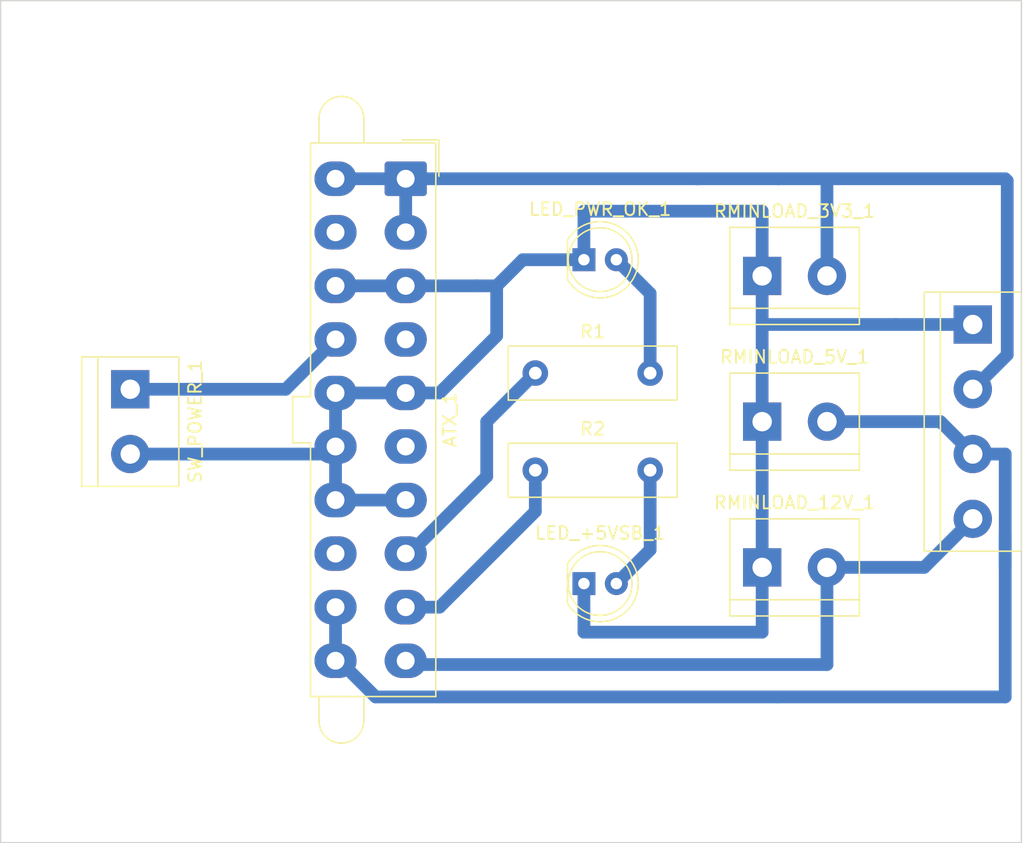
<source format=kicad_pcb>
(kicad_pcb (version 20171130) (host pcbnew "(5.1.4)-1")

  (general
    (thickness 1.6)
    (drawings 1)
    (tracks 68)
    (zones 0)
    (modules 10)
    (nets 10)
  )

  (page A4)
  (layers
    (0 F.Cu signal)
    (31 B.Cu signal)
    (32 B.Adhes user)
    (33 F.Adhes user)
    (34 B.Paste user)
    (35 F.Paste user)
    (36 B.SilkS user)
    (37 F.SilkS user hide)
    (38 B.Mask user)
    (39 F.Mask user)
    (40 Dwgs.User user)
    (41 Cmts.User user)
    (42 Eco1.User user)
    (43 Eco2.User user)
    (44 Edge.Cuts user)
    (45 Margin user)
    (46 B.CrtYd user)
    (47 F.CrtYd user)
    (48 B.Fab user)
    (49 F.Fab user)
  )

  (setup
    (last_trace_width 1)
    (user_trace_width 1)
    (user_trace_width 2)
    (trace_clearance 0.2)
    (zone_clearance 0.508)
    (zone_45_only no)
    (trace_min 0.2)
    (via_size 0.8)
    (via_drill 0.4)
    (via_min_size 0.4)
    (via_min_drill 0.3)
    (user_via 1.2 1.1)
    (uvia_size 0.3)
    (uvia_drill 0.1)
    (uvias_allowed no)
    (uvia_min_size 0.2)
    (uvia_min_drill 0.1)
    (edge_width 0.05)
    (segment_width 0.2)
    (pcb_text_width 0.3)
    (pcb_text_size 1.5 1.5)
    (mod_edge_width 0.12)
    (mod_text_size 1 1)
    (mod_text_width 0.15)
    (pad_size 1.524 1.524)
    (pad_drill 0.762)
    (pad_to_mask_clearance 0.051)
    (solder_mask_min_width 0.25)
    (aux_axis_origin 0 0)
    (visible_elements FFFFFF7F)
    (pcbplotparams
      (layerselection 0x01000_ffffffff)
      (usegerberextensions false)
      (usegerberattributes false)
      (usegerberadvancedattributes false)
      (creategerberjobfile false)
      (excludeedgelayer false)
      (linewidth 0.100000)
      (plotframeref false)
      (viasonmask false)
      (mode 1)
      (useauxorigin false)
      (hpglpennumber 1)
      (hpglpenspeed 20)
      (hpglpendiameter 15.000000)
      (psnegative false)
      (psa4output false)
      (plotreference true)
      (plotvalue true)
      (plotinvisibletext false)
      (padsonsilk false)
      (subtractmaskfromsilk false)
      (outputformat 5)
      (mirror false)
      (drillshape 2)
      (scaleselection 1)
      (outputdirectory "Gerber/"))
  )

  (net 0 "")
  (net 1 GND)
  (net 2 +5V)
  (net 3 +3V3)
  (net 4 +12V)
  (net 5 "Net-(LED_+5VSB_1-Pad2)")
  (net 6 "Net-(LED_PWR_OK_1-Pad2)")
  (net 7 /PWR_ON)
  (net 8 /+5VSB)
  (net 9 /PWR_OK)

  (net_class Default "This is the default net class."
    (clearance 0.2)
    (trace_width 0.25)
    (via_dia 0.8)
    (via_drill 0.4)
    (uvia_dia 0.3)
    (uvia_drill 0.1)
    (add_net +12V)
    (add_net +3V3)
    (add_net +5V)
    (add_net /+5VSB)
    (add_net /PWR_OK)
    (add_net /PWR_ON)
    (add_net GND)
    (add_net "Net-(ATX_1-Pad12)")
    (add_net "Net-(ATX_1-Pad18)")
    (add_net "Net-(ATX_1-Pad4)")
    (add_net "Net-(ATX_1-Pad6)")
    (add_net "Net-(LED_+5VSB_1-Pad2)")
    (add_net "Net-(LED_PWR_OK_1-Pad2)")
  )

  (module TerminalBlock:TerminalBlock_bornier-2_P5.08mm (layer F.Cu) (tedit 59FF03AB) (tstamp 5E7C61CD)
    (at 152.4 91.44)
    (descr "simple 2-pin terminal block, pitch 5.08mm, revamped version of bornier2")
    (tags "terminal block bornier2")
    (path /5E81DA4D)
    (fp_text reference RMINLOAD_3V3_1 (at 2.54 -5.08) (layer F.SilkS)
      (effects (font (size 1 1) (thickness 0.15)))
    )
    (fp_text value 5 (at 2.54 5.08) (layer F.Fab)
      (effects (font (size 1 1) (thickness 0.15)))
    )
    (fp_line (start 7.79 4) (end -2.71 4) (layer F.CrtYd) (width 0.05))
    (fp_line (start 7.79 4) (end 7.79 -4) (layer F.CrtYd) (width 0.05))
    (fp_line (start -2.71 -4) (end -2.71 4) (layer F.CrtYd) (width 0.05))
    (fp_line (start -2.71 -4) (end 7.79 -4) (layer F.CrtYd) (width 0.05))
    (fp_line (start -2.54 3.81) (end 7.62 3.81) (layer F.SilkS) (width 0.12))
    (fp_line (start -2.54 -3.81) (end -2.54 3.81) (layer F.SilkS) (width 0.12))
    (fp_line (start 7.62 -3.81) (end -2.54 -3.81) (layer F.SilkS) (width 0.12))
    (fp_line (start 7.62 3.81) (end 7.62 -3.81) (layer F.SilkS) (width 0.12))
    (fp_line (start 7.62 2.54) (end -2.54 2.54) (layer F.SilkS) (width 0.12))
    (fp_line (start 7.54 -3.75) (end -2.46 -3.75) (layer F.Fab) (width 0.1))
    (fp_line (start 7.54 3.75) (end 7.54 -3.75) (layer F.Fab) (width 0.1))
    (fp_line (start -2.46 3.75) (end 7.54 3.75) (layer F.Fab) (width 0.1))
    (fp_line (start -2.46 -3.75) (end -2.46 3.75) (layer F.Fab) (width 0.1))
    (fp_line (start -2.41 2.55) (end 7.49 2.55) (layer F.Fab) (width 0.1))
    (fp_text user %R (at 2.54 0) (layer F.Fab)
      (effects (font (size 1 1) (thickness 0.15)))
    )
    (pad 2 thru_hole circle (at 5.08 0) (size 3 3) (drill 1.52) (layers *.Cu *.Mask)
      (net 3 +3V3))
    (pad 1 thru_hole rect (at 0 0) (size 3 3) (drill 1.52) (layers *.Cu *.Mask)
      (net 1 GND))
    (model ${KISYS3DMOD}/TerminalBlock.3dshapes/TerminalBlock_bornier-2_P5.08mm.wrl
      (offset (xyz 2.539999961853027 0 0))
      (scale (xyz 1 1 1))
      (rotate (xyz 0 0 0))
    )
  )

  (module TerminalBlock:TerminalBlock_bornier-2_P5.08mm (layer F.Cu) (tedit 59FF03AB) (tstamp 5E7C046F)
    (at 102.87 100.33 270)
    (descr "simple 2-pin terminal block, pitch 5.08mm, revamped version of bornier2")
    (tags "terminal block bornier2")
    (path /5E7E8406)
    (fp_text reference SW_POWER_1 (at 2.54 -5.08 90) (layer F.SilkS)
      (effects (font (size 1 1) (thickness 0.15)))
    )
    (fp_text value SW_POWER (at 2.54 5.08 90) (layer F.Fab)
      (effects (font (size 1 1) (thickness 0.15)))
    )
    (fp_line (start 7.79 4) (end -2.71 4) (layer F.CrtYd) (width 0.05))
    (fp_line (start 7.79 4) (end 7.79 -4) (layer F.CrtYd) (width 0.05))
    (fp_line (start -2.71 -4) (end -2.71 4) (layer F.CrtYd) (width 0.05))
    (fp_line (start -2.71 -4) (end 7.79 -4) (layer F.CrtYd) (width 0.05))
    (fp_line (start -2.54 3.81) (end 7.62 3.81) (layer F.SilkS) (width 0.12))
    (fp_line (start -2.54 -3.81) (end -2.54 3.81) (layer F.SilkS) (width 0.12))
    (fp_line (start 7.62 -3.81) (end -2.54 -3.81) (layer F.SilkS) (width 0.12))
    (fp_line (start 7.62 3.81) (end 7.62 -3.81) (layer F.SilkS) (width 0.12))
    (fp_line (start 7.62 2.54) (end -2.54 2.54) (layer F.SilkS) (width 0.12))
    (fp_line (start 7.54 -3.75) (end -2.46 -3.75) (layer F.Fab) (width 0.1))
    (fp_line (start 7.54 3.75) (end 7.54 -3.75) (layer F.Fab) (width 0.1))
    (fp_line (start -2.46 3.75) (end 7.54 3.75) (layer F.Fab) (width 0.1))
    (fp_line (start -2.46 -3.75) (end -2.46 3.75) (layer F.Fab) (width 0.1))
    (fp_line (start -2.41 2.55) (end 7.49 2.55) (layer F.Fab) (width 0.1))
    (fp_text user %R (at 2.54 0 90) (layer F.Fab)
      (effects (font (size 1 1) (thickness 0.15)))
    )
    (pad 2 thru_hole circle (at 5.08 0 270) (size 3 3) (drill 1.52) (layers *.Cu *.Mask)
      (net 1 GND))
    (pad 1 thru_hole rect (at 0 0 270) (size 3 3) (drill 1.52) (layers *.Cu *.Mask)
      (net 7 /PWR_ON))
    (model ${KISYS3DMOD}/TerminalBlock.3dshapes/TerminalBlock_bornier-2_P5.08mm.wrl
      (offset (xyz 2.539999961853027 0 0))
      (scale (xyz 1 1 1))
      (rotate (xyz 0 0 0))
    )
  )

  (module TerminalBlock:TerminalBlock_bornier-2_P5.08mm (layer F.Cu) (tedit 59FF03AB) (tstamp 5E7C6221)
    (at 152.4 102.87)
    (descr "simple 2-pin terminal block, pitch 5.08mm, revamped version of bornier2")
    (tags "terminal block bornier2")
    (path /5E7F4391)
    (fp_text reference RMINLOAD_5V_1 (at 2.54 -5.08) (layer F.SilkS)
      (effects (font (size 1 1) (thickness 0.15)))
    )
    (fp_text value 10 (at 2.54 5.08) (layer F.Fab)
      (effects (font (size 1 1) (thickness 0.15)))
    )
    (fp_line (start 7.79 4) (end -2.71 4) (layer F.CrtYd) (width 0.05))
    (fp_line (start 7.79 4) (end 7.79 -4) (layer F.CrtYd) (width 0.05))
    (fp_line (start -2.71 -4) (end -2.71 4) (layer F.CrtYd) (width 0.05))
    (fp_line (start -2.71 -4) (end 7.79 -4) (layer F.CrtYd) (width 0.05))
    (fp_line (start -2.54 3.81) (end 7.62 3.81) (layer F.SilkS) (width 0.12))
    (fp_line (start -2.54 -3.81) (end -2.54 3.81) (layer F.SilkS) (width 0.12))
    (fp_line (start 7.62 -3.81) (end -2.54 -3.81) (layer F.SilkS) (width 0.12))
    (fp_line (start 7.62 3.81) (end 7.62 -3.81) (layer F.SilkS) (width 0.12))
    (fp_line (start 7.62 2.54) (end -2.54 2.54) (layer F.SilkS) (width 0.12))
    (fp_line (start 7.54 -3.75) (end -2.46 -3.75) (layer F.Fab) (width 0.1))
    (fp_line (start 7.54 3.75) (end 7.54 -3.75) (layer F.Fab) (width 0.1))
    (fp_line (start -2.46 3.75) (end 7.54 3.75) (layer F.Fab) (width 0.1))
    (fp_line (start -2.46 -3.75) (end -2.46 3.75) (layer F.Fab) (width 0.1))
    (fp_line (start -2.41 2.55) (end 7.49 2.55) (layer F.Fab) (width 0.1))
    (fp_text user %R (at 2.54 0) (layer F.Fab)
      (effects (font (size 1 1) (thickness 0.15)))
    )
    (pad 2 thru_hole circle (at 5.08 0) (size 3 3) (drill 1.52) (layers *.Cu *.Mask)
      (net 2 +5V))
    (pad 1 thru_hole rect (at 0 0) (size 3 3) (drill 1.52) (layers *.Cu *.Mask)
      (net 1 GND))
    (model ${KISYS3DMOD}/TerminalBlock.3dshapes/TerminalBlock_bornier-2_P5.08mm.wrl
      (offset (xyz 2.539999961853027 0 0))
      (scale (xyz 1 1 1))
      (rotate (xyz 0 0 0))
    )
  )

  (module TerminalBlock:TerminalBlock_bornier-2_P5.08mm (layer F.Cu) (tedit 59FF03AB) (tstamp 5E7C6179)
    (at 152.4 114.3)
    (descr "simple 2-pin terminal block, pitch 5.08mm, revamped version of bornier2")
    (tags "terminal block bornier2")
    (path /5E81D7E7)
    (fp_text reference RMINLOAD_12V_1 (at 2.54 -5.08) (layer F.SilkS)
      (effects (font (size 1 1) (thickness 0.15)))
    )
    (fp_text value 10 (at 2.54 5.08) (layer F.Fab)
      (effects (font (size 1 1) (thickness 0.15)))
    )
    (fp_line (start 7.79 4) (end -2.71 4) (layer F.CrtYd) (width 0.05))
    (fp_line (start 7.79 4) (end 7.79 -4) (layer F.CrtYd) (width 0.05))
    (fp_line (start -2.71 -4) (end -2.71 4) (layer F.CrtYd) (width 0.05))
    (fp_line (start -2.71 -4) (end 7.79 -4) (layer F.CrtYd) (width 0.05))
    (fp_line (start -2.54 3.81) (end 7.62 3.81) (layer F.SilkS) (width 0.12))
    (fp_line (start -2.54 -3.81) (end -2.54 3.81) (layer F.SilkS) (width 0.12))
    (fp_line (start 7.62 -3.81) (end -2.54 -3.81) (layer F.SilkS) (width 0.12))
    (fp_line (start 7.62 3.81) (end 7.62 -3.81) (layer F.SilkS) (width 0.12))
    (fp_line (start 7.62 2.54) (end -2.54 2.54) (layer F.SilkS) (width 0.12))
    (fp_line (start 7.54 -3.75) (end -2.46 -3.75) (layer F.Fab) (width 0.1))
    (fp_line (start 7.54 3.75) (end 7.54 -3.75) (layer F.Fab) (width 0.1))
    (fp_line (start -2.46 3.75) (end 7.54 3.75) (layer F.Fab) (width 0.1))
    (fp_line (start -2.46 -3.75) (end -2.46 3.75) (layer F.Fab) (width 0.1))
    (fp_line (start -2.41 2.55) (end 7.49 2.55) (layer F.Fab) (width 0.1))
    (fp_text user %R (at 2.54 0) (layer F.Fab)
      (effects (font (size 1 1) (thickness 0.15)))
    )
    (pad 2 thru_hole circle (at 5.08 0) (size 3 3) (drill 1.52) (layers *.Cu *.Mask)
      (net 4 +12V))
    (pad 1 thru_hole rect (at 0 0) (size 3 3) (drill 1.52) (layers *.Cu *.Mask)
      (net 1 GND))
    (model ${KISYS3DMOD}/TerminalBlock.3dshapes/TerminalBlock_bornier-2_P5.08mm.wrl
      (offset (xyz 2.539999961853027 0 0))
      (scale (xyz 1 1 1))
      (rotate (xyz 0 0 0))
    )
  )

  (module Resistor_THT:R_Box_L13.0mm_W4.0mm_P9.00mm (layer F.Cu) (tedit 5AE5139B) (tstamp 5E7C0420)
    (at 134.62 106.68)
    (descr "Resistor, Box series, Radial, pin pitch=9.00mm, 2W, length*width=13.0*4.0mm^2, http://www.produktinfo.conrad.com/datenblaetter/425000-449999/443860-da-01-de-METALLBAND_WIDERSTAND_0_1_OHM_5W_5Pr.pdf")
    (tags "Resistor Box series Radial pin pitch 9.00mm 2W length 13.0mm width 4.0mm")
    (path /5E7DB2DD)
    (fp_text reference R2 (at 4.5 -3.25) (layer F.SilkS)
      (effects (font (size 1 1) (thickness 0.15)))
    )
    (fp_text value 300 (at 4.5 3.25) (layer F.Fab)
      (effects (font (size 1 1) (thickness 0.15)))
    )
    (fp_text user %R (at 4.5 0) (layer F.Fab)
      (effects (font (size 1 1) (thickness 0.15)))
    )
    (fp_line (start 11.25 -2.25) (end -2.25 -2.25) (layer F.CrtYd) (width 0.05))
    (fp_line (start 11.25 2.25) (end 11.25 -2.25) (layer F.CrtYd) (width 0.05))
    (fp_line (start -2.25 2.25) (end 11.25 2.25) (layer F.CrtYd) (width 0.05))
    (fp_line (start -2.25 -2.25) (end -2.25 2.25) (layer F.CrtYd) (width 0.05))
    (fp_line (start 11.12 -2.12) (end 11.12 2.12) (layer F.SilkS) (width 0.12))
    (fp_line (start -2.12 -2.12) (end -2.12 2.12) (layer F.SilkS) (width 0.12))
    (fp_line (start -2.12 2.12) (end 11.12 2.12) (layer F.SilkS) (width 0.12))
    (fp_line (start -2.12 -2.12) (end 11.12 -2.12) (layer F.SilkS) (width 0.12))
    (fp_line (start 11 -2) (end -2 -2) (layer F.Fab) (width 0.1))
    (fp_line (start 11 2) (end 11 -2) (layer F.Fab) (width 0.1))
    (fp_line (start -2 2) (end 11 2) (layer F.Fab) (width 0.1))
    (fp_line (start -2 -2) (end -2 2) (layer F.Fab) (width 0.1))
    (pad 2 thru_hole circle (at 9 0) (size 2 2) (drill 1) (layers *.Cu *.Mask)
      (net 5 "Net-(LED_+5VSB_1-Pad2)"))
    (pad 1 thru_hole circle (at 0 0) (size 2 2) (drill 1) (layers *.Cu *.Mask)
      (net 8 /+5VSB))
    (model ${KISYS3DMOD}/Resistor_THT.3dshapes/R_Box_L13.0mm_W4.0mm_P9.00mm.wrl
      (at (xyz 0 0 0))
      (scale (xyz 1 1 1))
      (rotate (xyz 0 0 0))
    )
  )

  (module Resistor_THT:R_Box_L13.0mm_W4.0mm_P9.00mm (layer F.Cu) (tedit 5AE5139B) (tstamp 5E7C05C9)
    (at 134.62 99.06)
    (descr "Resistor, Box series, Radial, pin pitch=9.00mm, 2W, length*width=13.0*4.0mm^2, http://www.produktinfo.conrad.com/datenblaetter/425000-449999/443860-da-01-de-METALLBAND_WIDERSTAND_0_1_OHM_5W_5Pr.pdf")
    (tags "Resistor Box series Radial pin pitch 9.00mm 2W length 13.0mm width 4.0mm")
    (path /5E7CAB7B)
    (fp_text reference R1 (at 4.5 -3.25) (layer F.SilkS)
      (effects (font (size 1 1) (thickness 0.15)))
    )
    (fp_text value 300 (at 4.5 3.25) (layer F.Fab)
      (effects (font (size 1 1) (thickness 0.15)))
    )
    (fp_text user %R (at 4.5 0) (layer F.Fab)
      (effects (font (size 1 1) (thickness 0.15)))
    )
    (fp_line (start 11.25 -2.25) (end -2.25 -2.25) (layer F.CrtYd) (width 0.05))
    (fp_line (start 11.25 2.25) (end 11.25 -2.25) (layer F.CrtYd) (width 0.05))
    (fp_line (start -2.25 2.25) (end 11.25 2.25) (layer F.CrtYd) (width 0.05))
    (fp_line (start -2.25 -2.25) (end -2.25 2.25) (layer F.CrtYd) (width 0.05))
    (fp_line (start 11.12 -2.12) (end 11.12 2.12) (layer F.SilkS) (width 0.12))
    (fp_line (start -2.12 -2.12) (end -2.12 2.12) (layer F.SilkS) (width 0.12))
    (fp_line (start -2.12 2.12) (end 11.12 2.12) (layer F.SilkS) (width 0.12))
    (fp_line (start -2.12 -2.12) (end 11.12 -2.12) (layer F.SilkS) (width 0.12))
    (fp_line (start 11 -2) (end -2 -2) (layer F.Fab) (width 0.1))
    (fp_line (start 11 2) (end 11 -2) (layer F.Fab) (width 0.1))
    (fp_line (start -2 2) (end 11 2) (layer F.Fab) (width 0.1))
    (fp_line (start -2 -2) (end -2 2) (layer F.Fab) (width 0.1))
    (pad 2 thru_hole circle (at 9 0) (size 2 2) (drill 1) (layers *.Cu *.Mask)
      (net 6 "Net-(LED_PWR_OK_1-Pad2)"))
    (pad 1 thru_hole circle (at 0 0) (size 2 2) (drill 1) (layers *.Cu *.Mask)
      (net 9 /PWR_OK))
    (model ${KISYS3DMOD}/Resistor_THT.3dshapes/R_Box_L13.0mm_W4.0mm_P9.00mm.wrl
      (at (xyz 0 0 0))
      (scale (xyz 1 1 1))
      (rotate (xyz 0 0 0))
    )
  )

  (module TerminalBlock:TerminalBlock_bornier-4_P5.08mm (layer F.Cu) (tedit 59FF03D1) (tstamp 5E7C4F49)
    (at 168.91 95.25 270)
    (descr "simple 4-pin terminal block, pitch 5.08mm, revamped version of bornier4")
    (tags "terminal block bornier4")
    (path /5E85F570)
    (fp_text reference J1 (at 7.6 -4.8 90) (layer F.SilkS)
      (effects (font (size 1 1) (thickness 0.15)))
    )
    (fp_text value Conn_01x04_Female (at 7.6 4.75 90) (layer F.Fab)
      (effects (font (size 1 1) (thickness 0.15)))
    )
    (fp_line (start 17.97 4) (end -2.73 4) (layer F.CrtYd) (width 0.05))
    (fp_line (start 17.97 4) (end 17.97 -4) (layer F.CrtYd) (width 0.05))
    (fp_line (start -2.73 -4) (end -2.73 4) (layer F.CrtYd) (width 0.05))
    (fp_line (start -2.73 -4) (end 17.97 -4) (layer F.CrtYd) (width 0.05))
    (fp_line (start -2.54 3.81) (end 17.78 3.81) (layer F.SilkS) (width 0.12))
    (fp_line (start -2.54 -3.81) (end 17.78 -3.81) (layer F.SilkS) (width 0.12))
    (fp_line (start 17.78 2.54) (end -2.54 2.54) (layer F.SilkS) (width 0.12))
    (fp_line (start 17.78 3.81) (end 17.78 -3.81) (layer F.SilkS) (width 0.12))
    (fp_line (start -2.54 -3.81) (end -2.54 3.81) (layer F.SilkS) (width 0.12))
    (fp_line (start 17.72 3.75) (end -2.43 3.75) (layer F.Fab) (width 0.1))
    (fp_line (start 17.72 -3.75) (end 17.72 3.75) (layer F.Fab) (width 0.1))
    (fp_line (start -2.48 -3.75) (end 17.72 -3.75) (layer F.Fab) (width 0.1))
    (fp_line (start -2.48 3.75) (end -2.48 -3.75) (layer F.Fab) (width 0.1))
    (fp_line (start -2.43 3.75) (end -2.48 3.75) (layer F.Fab) (width 0.1))
    (fp_line (start -2.48 2.55) (end 17.72 2.55) (layer F.Fab) (width 0.1))
    (fp_text user %R (at 7.62 0 90) (layer F.Fab)
      (effects (font (size 1 1) (thickness 0.15)))
    )
    (pad 4 thru_hole circle (at 15.24 0 270) (size 3 3) (drill 1.52) (layers *.Cu *.Mask)
      (net 4 +12V))
    (pad 1 thru_hole rect (at 0 0 270) (size 3 3) (drill 1.52) (layers *.Cu *.Mask)
      (net 1 GND))
    (pad 3 thru_hole circle (at 10.16 0 270) (size 3 3) (drill 1.52) (layers *.Cu *.Mask)
      (net 2 +5V))
    (pad 2 thru_hole circle (at 5.08 0 270) (size 3 3) (drill 1.52) (layers *.Cu *.Mask)
      (net 3 +3V3))
    (model ${KISYS3DMOD}/TerminalBlock.3dshapes/TerminalBlock_bornier-4_P5.08mm.wrl
      (offset (xyz 7.619999885559082 0 0))
      (scale (xyz 1 1 1))
      (rotate (xyz 0 0 0))
    )
  )

  (module Connector_Molex:Molex_Mini-Fit_Jr_5566-20A2_2x10_P4.20mm_Vertical (layer F.Cu) (tedit 5B781992) (tstamp 5E7BF304)
    (at 124.46 83.82 270)
    (descr "Molex Mini-Fit Jr. Power Connectors, old mpn/engineering number: 5566-20A2, example for new mpn: 39-28-920x, 10 Pins per row, Mounting: Snap-in Plastic Peg PCB Lock (http://www.molex.com/pdm_docs/sd/039289068_sd.pdf), generated with kicad-footprint-generator")
    (tags "connector Molex Mini-Fit_Jr side entryplastic_peg")
    (path /5E7C0983)
    (fp_text reference ATX_1 (at 18.9 -3.45 90) (layer F.SilkS)
      (effects (font (size 1 1) (thickness 0.15)))
    )
    (fp_text value Conn_02x10_Top_Bottom (at 18.9 9.95 90) (layer F.Fab)
      (effects (font (size 1 1) (thickness 0.15)))
    )
    (fp_text user %R (at 18.9 -1.55 90) (layer F.Fab)
      (effects (font (size 1 1) (thickness 0.15)))
    )
    (fp_line (start 41 -2.75) (end -3.2 -2.75) (layer F.CrtYd) (width 0.05))
    (fp_line (start 41 3.04) (end 41 -2.75) (layer F.CrtYd) (width 0.05))
    (fp_line (start 44.5 3.04) (end 41 3.04) (layer F.CrtYd) (width 0.05))
    (fp_line (start 44.5 9.25) (end 44.5 3.04) (layer F.CrtYd) (width 0.05))
    (fp_line (start -6.7 9.25) (end 44.5 9.25) (layer F.CrtYd) (width 0.05))
    (fp_line (start -6.7 3.04) (end -6.7 9.25) (layer F.CrtYd) (width 0.05))
    (fp_line (start -3.2 3.04) (end -6.7 3.04) (layer F.CrtYd) (width 0.05))
    (fp_line (start -3.2 -2.75) (end -3.2 3.04) (layer F.CrtYd) (width 0.05))
    (fp_line (start -3.05 -2.6) (end -3.05 0.25) (layer F.Fab) (width 0.1))
    (fp_line (start -0.2 -2.6) (end -3.05 -2.6) (layer F.Fab) (width 0.1))
    (fp_line (start -3.05 -2.6) (end -3.05 0.25) (layer F.SilkS) (width 0.12))
    (fp_line (start -0.2 -2.6) (end -3.05 -2.6) (layer F.SilkS) (width 0.12))
    (fp_line (start 20.71 8.86) (end 18.9 8.86) (layer F.SilkS) (width 0.12))
    (fp_line (start 20.71 7.46) (end 20.71 8.86) (layer F.SilkS) (width 0.12))
    (fp_line (start 40.61 7.46) (end 20.71 7.46) (layer F.SilkS) (width 0.12))
    (fp_line (start 40.61 -2.36) (end 40.61 7.46) (layer F.SilkS) (width 0.12))
    (fp_line (start 18.9 -2.36) (end 40.61 -2.36) (layer F.SilkS) (width 0.12))
    (fp_line (start 17.09 8.86) (end 18.9 8.86) (layer F.SilkS) (width 0.12))
    (fp_line (start 17.09 7.46) (end 17.09 8.86) (layer F.SilkS) (width 0.12))
    (fp_line (start -2.81 7.46) (end 17.09 7.46) (layer F.SilkS) (width 0.12))
    (fp_line (start -2.81 -2.36) (end -2.81 7.46) (layer F.SilkS) (width 0.12))
    (fp_line (start 18.9 -2.36) (end -2.81 -2.36) (layer F.SilkS) (width 0.12))
    (fp_line (start 39.45 2.3) (end 36.15 2.3) (layer F.Fab) (width 0.1))
    (fp_line (start 39.45 -0.175) (end 39.45 2.3) (layer F.Fab) (width 0.1))
    (fp_line (start 38.625 -1) (end 39.45 -0.175) (layer F.Fab) (width 0.1))
    (fp_line (start 36.975 -1) (end 38.625 -1) (layer F.Fab) (width 0.1))
    (fp_line (start 36.15 -0.175) (end 36.975 -1) (layer F.Fab) (width 0.1))
    (fp_line (start 36.15 2.3) (end 36.15 -0.175) (layer F.Fab) (width 0.1))
    (fp_line (start 39.45 3.2) (end 36.15 3.2) (layer F.Fab) (width 0.1))
    (fp_line (start 39.45 6.5) (end 39.45 3.2) (layer F.Fab) (width 0.1))
    (fp_line (start 36.15 6.5) (end 39.45 6.5) (layer F.Fab) (width 0.1))
    (fp_line (start 36.15 3.2) (end 36.15 6.5) (layer F.Fab) (width 0.1))
    (fp_line (start 35.25 6.5) (end 31.95 6.5) (layer F.Fab) (width 0.1))
    (fp_line (start 35.25 4.025) (end 35.25 6.5) (layer F.Fab) (width 0.1))
    (fp_line (start 34.425 3.2) (end 35.25 4.025) (layer F.Fab) (width 0.1))
    (fp_line (start 32.775 3.2) (end 34.425 3.2) (layer F.Fab) (width 0.1))
    (fp_line (start 31.95 4.025) (end 32.775 3.2) (layer F.Fab) (width 0.1))
    (fp_line (start 31.95 6.5) (end 31.95 4.025) (layer F.Fab) (width 0.1))
    (fp_line (start 35.25 -1) (end 31.95 -1) (layer F.Fab) (width 0.1))
    (fp_line (start 35.25 2.3) (end 35.25 -1) (layer F.Fab) (width 0.1))
    (fp_line (start 31.95 2.3) (end 35.25 2.3) (layer F.Fab) (width 0.1))
    (fp_line (start 31.95 -1) (end 31.95 2.3) (layer F.Fab) (width 0.1))
    (fp_line (start 31.05 6.5) (end 27.75 6.5) (layer F.Fab) (width 0.1))
    (fp_line (start 31.05 4.025) (end 31.05 6.5) (layer F.Fab) (width 0.1))
    (fp_line (start 30.225 3.2) (end 31.05 4.025) (layer F.Fab) (width 0.1))
    (fp_line (start 28.575 3.2) (end 30.225 3.2) (layer F.Fab) (width 0.1))
    (fp_line (start 27.75 4.025) (end 28.575 3.2) (layer F.Fab) (width 0.1))
    (fp_line (start 27.75 6.5) (end 27.75 4.025) (layer F.Fab) (width 0.1))
    (fp_line (start 31.05 -1) (end 27.75 -1) (layer F.Fab) (width 0.1))
    (fp_line (start 31.05 2.3) (end 31.05 -1) (layer F.Fab) (width 0.1))
    (fp_line (start 27.75 2.3) (end 31.05 2.3) (layer F.Fab) (width 0.1))
    (fp_line (start 27.75 -1) (end 27.75 2.3) (layer F.Fab) (width 0.1))
    (fp_line (start 26.85 2.3) (end 23.55 2.3) (layer F.Fab) (width 0.1))
    (fp_line (start 26.85 -0.175) (end 26.85 2.3) (layer F.Fab) (width 0.1))
    (fp_line (start 26.025 -1) (end 26.85 -0.175) (layer F.Fab) (width 0.1))
    (fp_line (start 24.375 -1) (end 26.025 -1) (layer F.Fab) (width 0.1))
    (fp_line (start 23.55 -0.175) (end 24.375 -1) (layer F.Fab) (width 0.1))
    (fp_line (start 23.55 2.3) (end 23.55 -0.175) (layer F.Fab) (width 0.1))
    (fp_line (start 26.85 3.2) (end 23.55 3.2) (layer F.Fab) (width 0.1))
    (fp_line (start 26.85 6.5) (end 26.85 3.2) (layer F.Fab) (width 0.1))
    (fp_line (start 23.55 6.5) (end 26.85 6.5) (layer F.Fab) (width 0.1))
    (fp_line (start 23.55 3.2) (end 23.55 6.5) (layer F.Fab) (width 0.1))
    (fp_line (start 22.65 2.3) (end 19.35 2.3) (layer F.Fab) (width 0.1))
    (fp_line (start 22.65 -0.175) (end 22.65 2.3) (layer F.Fab) (width 0.1))
    (fp_line (start 21.825 -1) (end 22.65 -0.175) (layer F.Fab) (width 0.1))
    (fp_line (start 20.175 -1) (end 21.825 -1) (layer F.Fab) (width 0.1))
    (fp_line (start 19.35 -0.175) (end 20.175 -1) (layer F.Fab) (width 0.1))
    (fp_line (start 19.35 2.3) (end 19.35 -0.175) (layer F.Fab) (width 0.1))
    (fp_line (start 22.65 3.2) (end 19.35 3.2) (layer F.Fab) (width 0.1))
    (fp_line (start 22.65 6.5) (end 22.65 3.2) (layer F.Fab) (width 0.1))
    (fp_line (start 19.35 6.5) (end 22.65 6.5) (layer F.Fab) (width 0.1))
    (fp_line (start 19.35 3.2) (end 19.35 6.5) (layer F.Fab) (width 0.1))
    (fp_line (start 18.45 6.5) (end 15.15 6.5) (layer F.Fab) (width 0.1))
    (fp_line (start 18.45 4.025) (end 18.45 6.5) (layer F.Fab) (width 0.1))
    (fp_line (start 17.625 3.2) (end 18.45 4.025) (layer F.Fab) (width 0.1))
    (fp_line (start 15.975 3.2) (end 17.625 3.2) (layer F.Fab) (width 0.1))
    (fp_line (start 15.15 4.025) (end 15.975 3.2) (layer F.Fab) (width 0.1))
    (fp_line (start 15.15 6.5) (end 15.15 4.025) (layer F.Fab) (width 0.1))
    (fp_line (start 18.45 -1) (end 15.15 -1) (layer F.Fab) (width 0.1))
    (fp_line (start 18.45 2.3) (end 18.45 -1) (layer F.Fab) (width 0.1))
    (fp_line (start 15.15 2.3) (end 18.45 2.3) (layer F.Fab) (width 0.1))
    (fp_line (start 15.15 -1) (end 15.15 2.3) (layer F.Fab) (width 0.1))
    (fp_line (start 14.25 6.5) (end 10.95 6.5) (layer F.Fab) (width 0.1))
    (fp_line (start 14.25 4.025) (end 14.25 6.5) (layer F.Fab) (width 0.1))
    (fp_line (start 13.425 3.2) (end 14.25 4.025) (layer F.Fab) (width 0.1))
    (fp_line (start 11.775 3.2) (end 13.425 3.2) (layer F.Fab) (width 0.1))
    (fp_line (start 10.95 4.025) (end 11.775 3.2) (layer F.Fab) (width 0.1))
    (fp_line (start 10.95 6.5) (end 10.95 4.025) (layer F.Fab) (width 0.1))
    (fp_line (start 14.25 -1) (end 10.95 -1) (layer F.Fab) (width 0.1))
    (fp_line (start 14.25 2.3) (end 14.25 -1) (layer F.Fab) (width 0.1))
    (fp_line (start 10.95 2.3) (end 14.25 2.3) (layer F.Fab) (width 0.1))
    (fp_line (start 10.95 -1) (end 10.95 2.3) (layer F.Fab) (width 0.1))
    (fp_line (start 10.05 2.3) (end 6.75 2.3) (layer F.Fab) (width 0.1))
    (fp_line (start 10.05 -0.175) (end 10.05 2.3) (layer F.Fab) (width 0.1))
    (fp_line (start 9.225 -1) (end 10.05 -0.175) (layer F.Fab) (width 0.1))
    (fp_line (start 7.575 -1) (end 9.225 -1) (layer F.Fab) (width 0.1))
    (fp_line (start 6.75 -0.175) (end 7.575 -1) (layer F.Fab) (width 0.1))
    (fp_line (start 6.75 2.3) (end 6.75 -0.175) (layer F.Fab) (width 0.1))
    (fp_line (start 10.05 3.2) (end 6.75 3.2) (layer F.Fab) (width 0.1))
    (fp_line (start 10.05 6.5) (end 10.05 3.2) (layer F.Fab) (width 0.1))
    (fp_line (start 6.75 6.5) (end 10.05 6.5) (layer F.Fab) (width 0.1))
    (fp_line (start 6.75 3.2) (end 6.75 6.5) (layer F.Fab) (width 0.1))
    (fp_line (start 5.85 2.3) (end 2.55 2.3) (layer F.Fab) (width 0.1))
    (fp_line (start 5.85 -0.175) (end 5.85 2.3) (layer F.Fab) (width 0.1))
    (fp_line (start 5.025 -1) (end 5.85 -0.175) (layer F.Fab) (width 0.1))
    (fp_line (start 3.375 -1) (end 5.025 -1) (layer F.Fab) (width 0.1))
    (fp_line (start 2.55 -0.175) (end 3.375 -1) (layer F.Fab) (width 0.1))
    (fp_line (start 2.55 2.3) (end 2.55 -0.175) (layer F.Fab) (width 0.1))
    (fp_line (start 5.85 3.2) (end 2.55 3.2) (layer F.Fab) (width 0.1))
    (fp_line (start 5.85 6.5) (end 5.85 3.2) (layer F.Fab) (width 0.1))
    (fp_line (start 2.55 6.5) (end 5.85 6.5) (layer F.Fab) (width 0.1))
    (fp_line (start 2.55 3.2) (end 2.55 6.5) (layer F.Fab) (width 0.1))
    (fp_line (start 1.65 6.5) (end -1.65 6.5) (layer F.Fab) (width 0.1))
    (fp_line (start 1.65 4.025) (end 1.65 6.5) (layer F.Fab) (width 0.1))
    (fp_line (start 0.825 3.2) (end 1.65 4.025) (layer F.Fab) (width 0.1))
    (fp_line (start -0.825 3.2) (end 0.825 3.2) (layer F.Fab) (width 0.1))
    (fp_line (start -1.65 4.025) (end -0.825 3.2) (layer F.Fab) (width 0.1))
    (fp_line (start -1.65 6.5) (end -1.65 4.025) (layer F.Fab) (width 0.1))
    (fp_line (start 1.65 -1) (end -1.65 -1) (layer F.Fab) (width 0.1))
    (fp_line (start 1.65 2.3) (end 1.65 -1) (layer F.Fab) (width 0.1))
    (fp_line (start -1.65 2.3) (end 1.65 2.3) (layer F.Fab) (width 0.1))
    (fp_line (start -1.65 -1) (end -1.65 2.3) (layer F.Fab) (width 0.1))
    (fp_line (start 20.6 8.75) (end 20.6 7.35) (layer F.Fab) (width 0.1))
    (fp_line (start 17.2 8.75) (end 20.6 8.75) (layer F.Fab) (width 0.1))
    (fp_line (start 17.2 7.35) (end 17.2 8.75) (layer F.Fab) (width 0.1))
    (fp_line (start 40.5 -2.25) (end -2.7 -2.25) (layer F.Fab) (width 0.1))
    (fp_line (start 40.5 7.35) (end 40.5 -2.25) (layer F.Fab) (width 0.1))
    (fp_line (start -2.7 7.35) (end 40.5 7.35) (layer F.Fab) (width 0.1))
    (fp_line (start -2.7 -2.25) (end -2.7 7.35) (layer F.Fab) (width 0.1))
    (fp_line (start 42.5 6.8) (end 40.61 6.8) (layer F.SilkS) (width 0.12))
    (fp_line (start 42.5 3.28) (end 40.61 3.28) (layer F.SilkS) (width 0.12))
    (fp_line (start -4.7 6.8) (end -2.81 6.8) (layer F.SilkS) (width 0.12))
    (fp_line (start -4.7 3.28) (end -2.81 3.28) (layer F.SilkS) (width 0.12))
    (fp_line (start 42.5 6.54) (end 40.5 6.54) (layer F.Fab) (width 0.1))
    (fp_line (start 42.5 3.54) (end 40.5 3.54) (layer F.Fab) (width 0.1))
    (fp_line (start -4.7 6.54) (end -2.7 6.54) (layer F.Fab) (width 0.1))
    (fp_line (start -4.7 3.54) (end -2.7 3.54) (layer F.Fab) (width 0.1))
    (fp_arc (start 42.5 5.04) (end 42.5 3.28) (angle 180) (layer F.SilkS) (width 0.12))
    (fp_arc (start -4.7 5.04) (end -4.7 6.8) (angle 180) (layer F.SilkS) (width 0.12))
    (fp_arc (start 42.5 5.04) (end 42.5 3.54) (angle 180) (layer F.Fab) (width 0.1))
    (fp_arc (start -4.7 5.04) (end -4.7 6.54) (angle 180) (layer F.Fab) (width 0.1))
    (pad "" np_thru_hole circle (at 42.5 5.04 270) (size 3 3) (drill 3) (layers *.Cu *.Mask))
    (pad "" np_thru_hole circle (at -4.7 5.04 270) (size 3 3) (drill 3) (layers *.Cu *.Mask))
    (pad 20 thru_hole oval (at 37.8 5.5 270) (size 2.7 3.3) (drill 1.4) (layers *.Cu *.Mask)
      (net 2 +5V))
    (pad 19 thru_hole oval (at 33.6 5.5 270) (size 2.7 3.3) (drill 1.4) (layers *.Cu *.Mask)
      (net 2 +5V))
    (pad 18 thru_hole oval (at 29.4 5.5 270) (size 2.7 3.3) (drill 1.4) (layers *.Cu *.Mask))
    (pad 17 thru_hole oval (at 25.2 5.5 270) (size 2.7 3.3) (drill 1.4) (layers *.Cu *.Mask)
      (net 1 GND))
    (pad 16 thru_hole oval (at 21 5.5 270) (size 2.7 3.3) (drill 1.4) (layers *.Cu *.Mask)
      (net 1 GND))
    (pad 15 thru_hole oval (at 16.8 5.5 270) (size 2.7 3.3) (drill 1.4) (layers *.Cu *.Mask)
      (net 1 GND))
    (pad 14 thru_hole oval (at 12.6 5.5 270) (size 2.7 3.3) (drill 1.4) (layers *.Cu *.Mask)
      (net 7 /PWR_ON))
    (pad 13 thru_hole oval (at 8.4 5.5 270) (size 2.7 3.3) (drill 1.4) (layers *.Cu *.Mask)
      (net 1 GND))
    (pad 12 thru_hole oval (at 4.2 5.5 270) (size 2.7 3.3) (drill 1.4) (layers *.Cu *.Mask))
    (pad 11 thru_hole oval (at 0 5.5 270) (size 2.7 3.3) (drill 1.4) (layers *.Cu *.Mask)
      (net 3 +3V3))
    (pad 10 thru_hole oval (at 37.8 0 270) (size 2.7 3.3) (drill 1.4) (layers *.Cu *.Mask)
      (net 4 +12V))
    (pad 9 thru_hole oval (at 33.6 0 270) (size 2.7 3.3) (drill 1.4) (layers *.Cu *.Mask)
      (net 8 /+5VSB))
    (pad 8 thru_hole oval (at 29.4 0 270) (size 2.7 3.3) (drill 1.4) (layers *.Cu *.Mask)
      (net 9 /PWR_OK))
    (pad 7 thru_hole oval (at 25.2 0 270) (size 2.7 3.3) (drill 1.4) (layers *.Cu *.Mask)
      (net 1 GND))
    (pad 6 thru_hole oval (at 21 0 270) (size 2.7 3.3) (drill 1.4) (layers *.Cu *.Mask))
    (pad 5 thru_hole oval (at 16.8 0 270) (size 2.7 3.3) (drill 1.4) (layers *.Cu *.Mask)
      (net 1 GND))
    (pad 4 thru_hole oval (at 12.6 0 270) (size 2.7 3.3) (drill 1.4) (layers *.Cu *.Mask))
    (pad 3 thru_hole oval (at 8.4 0 270) (size 2.7 3.3) (drill 1.4) (layers *.Cu *.Mask)
      (net 1 GND))
    (pad 2 thru_hole oval (at 4.2 0 270) (size 2.7 3.3) (drill 1.4) (layers *.Cu *.Mask)
      (net 3 +3V3))
    (pad 1 thru_hole roundrect (at 0 0 270) (size 2.7 3.3) (drill 1.4) (layers *.Cu *.Mask) (roundrect_rratio 0.09259299999999999)
      (net 3 +3V3))
    (model ${KISYS3DMOD}/Connector_Molex.3dshapes/Molex_Mini-Fit_Jr_5566-20A2_2x10_P4.20mm_Vertical.wrl
      (at (xyz 0 0 0))
      (scale (xyz 1 1 1))
      (rotate (xyz 0 0 0))
    )
  )

  (module LED_THT:LED_D5.0mm (layer F.Cu) (tedit 5995936A) (tstamp 5E7C06A2)
    (at 138.43 90.17)
    (descr "LED, diameter 5.0mm, 2 pins, http://cdn-reichelt.de/documents/datenblatt/A500/LL-504BC2E-009.pdf")
    (tags "LED diameter 5.0mm 2 pins")
    (path /5E7CB209)
    (fp_text reference LED_PWR_OK_1 (at 1.27 -3.96) (layer F.SilkS)
      (effects (font (size 1 1) (thickness 0.15)))
    )
    (fp_text value LED_PWR_OK (at 1.27 3.96) (layer F.Fab)
      (effects (font (size 1 1) (thickness 0.15)))
    )
    (fp_text user %R (at 1.25 0) (layer F.Fab)
      (effects (font (size 0.8 0.8) (thickness 0.2)))
    )
    (fp_line (start 4.5 -3.25) (end -1.95 -3.25) (layer F.CrtYd) (width 0.05))
    (fp_line (start 4.5 3.25) (end 4.5 -3.25) (layer F.CrtYd) (width 0.05))
    (fp_line (start -1.95 3.25) (end 4.5 3.25) (layer F.CrtYd) (width 0.05))
    (fp_line (start -1.95 -3.25) (end -1.95 3.25) (layer F.CrtYd) (width 0.05))
    (fp_line (start -1.29 -1.545) (end -1.29 1.545) (layer F.SilkS) (width 0.12))
    (fp_line (start -1.23 -1.469694) (end -1.23 1.469694) (layer F.Fab) (width 0.1))
    (fp_circle (center 1.27 0) (end 3.77 0) (layer F.SilkS) (width 0.12))
    (fp_circle (center 1.27 0) (end 3.77 0) (layer F.Fab) (width 0.1))
    (fp_arc (start 1.27 0) (end -1.29 1.54483) (angle -148.9) (layer F.SilkS) (width 0.12))
    (fp_arc (start 1.27 0) (end -1.29 -1.54483) (angle 148.9) (layer F.SilkS) (width 0.12))
    (fp_arc (start 1.27 0) (end -1.23 -1.469694) (angle 299.1) (layer F.Fab) (width 0.1))
    (pad 2 thru_hole circle (at 2.54 0) (size 1.8 1.8) (drill 0.9) (layers *.Cu *.Mask)
      (net 6 "Net-(LED_PWR_OK_1-Pad2)"))
    (pad 1 thru_hole rect (at 0 0) (size 1.8 1.8) (drill 0.9) (layers *.Cu *.Mask)
      (net 1 GND))
    (model ${KISYS3DMOD}/LED_THT.3dshapes/LED_D5.0mm.wrl
      (at (xyz 0 0 0))
      (scale (xyz 1 1 1))
      (rotate (xyz 0 0 0))
    )
  )

  (module LED_THT:LED_D5.0mm (layer F.Cu) (tedit 5995936A) (tstamp 5E7C03E8)
    (at 138.43 115.57)
    (descr "LED, diameter 5.0mm, 2 pins, http://cdn-reichelt.de/documents/datenblatt/A500/LL-504BC2E-009.pdf")
    (tags "LED diameter 5.0mm 2 pins")
    (path /5E7DB2D1)
    (fp_text reference LED_+5VSB_1 (at 1.27 -3.96) (layer F.SilkS)
      (effects (font (size 1 1) (thickness 0.15)))
    )
    (fp_text value LED_+5VSB (at 1.27 3.96) (layer F.Fab)
      (effects (font (size 1 1) (thickness 0.15)))
    )
    (fp_text user %R (at 1.25 0) (layer F.Fab)
      (effects (font (size 0.8 0.8) (thickness 0.2)))
    )
    (fp_line (start 4.5 -3.25) (end -1.95 -3.25) (layer F.CrtYd) (width 0.05))
    (fp_line (start 4.5 3.25) (end 4.5 -3.25) (layer F.CrtYd) (width 0.05))
    (fp_line (start -1.95 3.25) (end 4.5 3.25) (layer F.CrtYd) (width 0.05))
    (fp_line (start -1.95 -3.25) (end -1.95 3.25) (layer F.CrtYd) (width 0.05))
    (fp_line (start -1.29 -1.545) (end -1.29 1.545) (layer F.SilkS) (width 0.12))
    (fp_line (start -1.23 -1.469694) (end -1.23 1.469694) (layer F.Fab) (width 0.1))
    (fp_circle (center 1.27 0) (end 3.77 0) (layer F.SilkS) (width 0.12))
    (fp_circle (center 1.27 0) (end 3.77 0) (layer F.Fab) (width 0.1))
    (fp_arc (start 1.27 0) (end -1.29 1.54483) (angle -148.9) (layer F.SilkS) (width 0.12))
    (fp_arc (start 1.27 0) (end -1.29 -1.54483) (angle 148.9) (layer F.SilkS) (width 0.12))
    (fp_arc (start 1.27 0) (end -1.23 -1.469694) (angle 299.1) (layer F.Fab) (width 0.1))
    (pad 2 thru_hole circle (at 2.54 0) (size 1.8 1.8) (drill 0.9) (layers *.Cu *.Mask)
      (net 5 "Net-(LED_+5VSB_1-Pad2)"))
    (pad 1 thru_hole rect (at 0 0) (size 1.8 1.8) (drill 0.9) (layers *.Cu *.Mask)
      (net 1 GND))
    (model ${KISYS3DMOD}/LED_THT.3dshapes/LED_D5.0mm.wrl
      (at (xyz 0 0 0))
      (scale (xyz 1 1 1))
      (rotate (xyz 0 0 0))
    )
  )

  (gr_poly (pts (xy 92.71 69.85) (xy 172.72 69.85) (xy 172.72 135.89) (xy 92.71 135.89)) (layer Edge.Cuts) (width 0.1))

  (segment (start 124.46 109.02) (end 118.96 109.02) (width 1) (layer B.Cu) (net 1))
  (segment (start 118.96 109.02) (end 118.96 104.82) (width 1) (layer B.Cu) (net 1))
  (segment (start 118.96 104.82) (end 118.96 100.62) (width 1) (layer B.Cu) (net 1))
  (segment (start 118.96 100.62) (end 124.46 100.62) (width 1) (layer B.Cu) (net 1))
  (segment (start 118.66 92.22) (end 118.96 92.22) (width 1) (layer B.Cu) (net 1))
  (segment (start 118.96 92.22) (end 124.46 92.22) (width 1) (layer B.Cu) (net 1))
  (segment (start 124.46 92.22) (end 130.03 92.22) (width 1) (layer B.Cu) (net 1))
  (segment (start 118.28 104.14) (end 118.96 104.82) (width 1) (layer B.Cu) (net 1))
  (segment (start 162.87 95.25) (end 168.91 95.25) (width 1) (layer B.Cu) (net 1))
  (segment (start 131.59 96.14) (end 131.59 92.22) (width 1) (layer B.Cu) (net 1))
  (segment (start 127.11 100.62) (end 131.59 96.14) (width 1) (layer B.Cu) (net 1))
  (segment (start 124.46 100.62) (end 127.11 100.62) (width 1) (layer B.Cu) (net 1))
  (segment (start 130.03 92.22) (end 131.59 92.22) (width 1) (layer B.Cu) (net 1))
  (segment (start 118.37 105.41) (end 118.96 104.82) (width 1) (layer B.Cu) (net 1))
  (segment (start 102.87 105.41) (end 118.37 105.41) (width 1) (layer B.Cu) (net 1))
  (segment (start 133.64 90.17) (end 138.43 90.17) (width 1) (layer B.Cu) (net 1))
  (segment (start 131.59 92.22) (end 133.64 90.17) (width 1) (layer B.Cu) (net 1))
  (segment (start 138.43 115.57) (end 138.43 119.38) (width 1) (layer B.Cu) (net 1))
  (segment (start 138.43 119.38) (end 152.4 119.38) (width 1) (layer B.Cu) (net 1))
  (segment (start 152.4 119.38) (end 152.4 114.3) (width 1) (layer B.Cu) (net 1))
  (segment (start 152.4 114.3) (end 152.4 102.87) (width 1) (layer B.Cu) (net 1))
  (segment (start 152.4 91.44) (end 152.4 86.36) (width 1) (layer B.Cu) (net 1))
  (segment (start 152.4 86.36) (end 138.43 86.36) (width 1) (layer B.Cu) (net 1))
  (segment (start 138.43 86.36) (end 138.43 90.17) (width 1) (layer B.Cu) (net 1))
  (segment (start 162.87 95.25) (end 152.4 95.25) (width 1) (layer B.Cu) (net 1))
  (segment (start 152.4 102.87) (end 152.4 95.25) (width 1) (layer B.Cu) (net 1))
  (segment (start 152.4 95.25) (end 152.4 91.44) (width 1) (layer B.Cu) (net 1))
  (segment (start 118.96 117.42) (end 118.96 121.62) (width 1) (layer B.Cu) (net 2))
  (segment (start 119.26 121.62) (end 122.1 124.46) (width 1) (layer B.Cu) (net 2))
  (segment (start 118.96 121.62) (end 119.26 121.62) (width 1) (layer B.Cu) (net 2))
  (segment (start 122.1 124.46) (end 153.641283 124.46) (width 1) (layer B.Cu) (net 2))
  (segment (start 171.45 105.41) (end 171.45 114.3) (width 1) (layer B.Cu) (net 2))
  (segment (start 171.45 111.76) (end 171.45 124.46) (width 1) (layer B.Cu) (net 2))
  (segment (start 171.45 124.46) (end 153.67 124.46) (width 1) (layer B.Cu) (net 2))
  (segment (start 166.37 102.87) (end 168.91 105.41) (width 1) (layer B.Cu) (net 2))
  (segment (start 168.91 105.41) (end 171.45 105.41) (width 1) (layer B.Cu) (net 2))
  (segment (start 166.37 102.87) (end 157.48 102.87) (width 1) (layer B.Cu) (net 2))
  (segment (start 118.96 83.82) (end 124.46 83.82) (width 1) (layer B.Cu) (net 3))
  (segment (start 124.46 83.82) (end 124.46 88.02) (width 1) (layer B.Cu) (net 3))
  (segment (start 124.46 83.82) (end 147.32 83.82) (width 1) (layer B.Cu) (net 3))
  (segment (start 147.32 83.82) (end 147.370002 83.82) (width 1) (layer B.Cu) (net 3))
  (segment (start 153.67 83.82) (end 147.32 83.82) (width 1) (layer B.Cu) (net 3))
  (segment (start 171.610001 97.629999) (end 168.91 100.33) (width 1) (layer B.Cu) (net 3))
  (segment (start 171.610001 83.980001) (end 171.610001 97.629999) (width 1) (layer B.Cu) (net 3))
  (segment (start 171.45 83.82) (end 171.610001 83.980001) (width 1) (layer B.Cu) (net 3))
  (segment (start 157.48 83.82) (end 157.48 91.44) (width 1) (layer B.Cu) (net 3))
  (segment (start 157.48 83.82) (end 171.45 83.82) (width 1) (layer B.Cu) (net 3))
  (segment (start 153.67 83.82) (end 157.48 83.82) (width 1) (layer B.Cu) (net 3))
  (segment (start 165.1 114.3) (end 168.91 110.49) (width 1) (layer B.Cu) (net 4))
  (segment (start 165.1 114.3) (end 157.48 114.3) (width 1) (layer B.Cu) (net 4))
  (segment (start 124.76 121.92) (end 124.46 121.62) (width 1) (layer B.Cu) (net 4))
  (segment (start 157.48 114.3) (end 157.48 121.92) (width 1) (layer B.Cu) (net 4))
  (segment (start 157.48 121.92) (end 124.76 121.92) (width 1) (layer B.Cu) (net 4))
  (segment (start 143.62 112.92) (end 143.62 106.68) (width 1) (layer B.Cu) (net 5))
  (segment (start 140.97 115.57) (end 143.62 112.92) (width 1) (layer B.Cu) (net 5))
  (segment (start 143.62 99.06) (end 143.62 92.82) (width 1) (layer B.Cu) (net 6))
  (segment (start 143.62 92.82) (end 140.97 90.17) (width 1) (layer B.Cu) (net 6))
  (segment (start 118.66 96.42) (end 118.96 96.42) (width 1) (layer B.Cu) (net 7))
  (segment (start 115.05 100.33) (end 118.96 96.42) (width 1) (layer B.Cu) (net 7))
  (segment (start 102.87 100.33) (end 115.05 100.33) (width 1) (layer B.Cu) (net 7))
  (segment (start 134.62 108.094213) (end 134.62 106.68) (width 1) (layer B.Cu) (net 8))
  (segment (start 134.62 109.91) (end 134.62 108.094213) (width 1) (layer B.Cu) (net 8))
  (segment (start 127.11 117.42) (end 134.62 109.91) (width 1) (layer B.Cu) (net 8))
  (segment (start 124.46 117.42) (end 127.11 117.42) (width 1) (layer B.Cu) (net 8))
  (segment (start 124.76 113.22) (end 130.81 107.17) (width 1) (layer B.Cu) (net 9))
  (segment (start 124.46 113.22) (end 124.76 113.22) (width 1) (layer B.Cu) (net 9))
  (segment (start 130.81 102.87) (end 134.62 99.06) (width 1) (layer B.Cu) (net 9))
  (segment (start 130.81 107.17) (end 130.81 102.87) (width 1) (layer B.Cu) (net 9))

)

</source>
